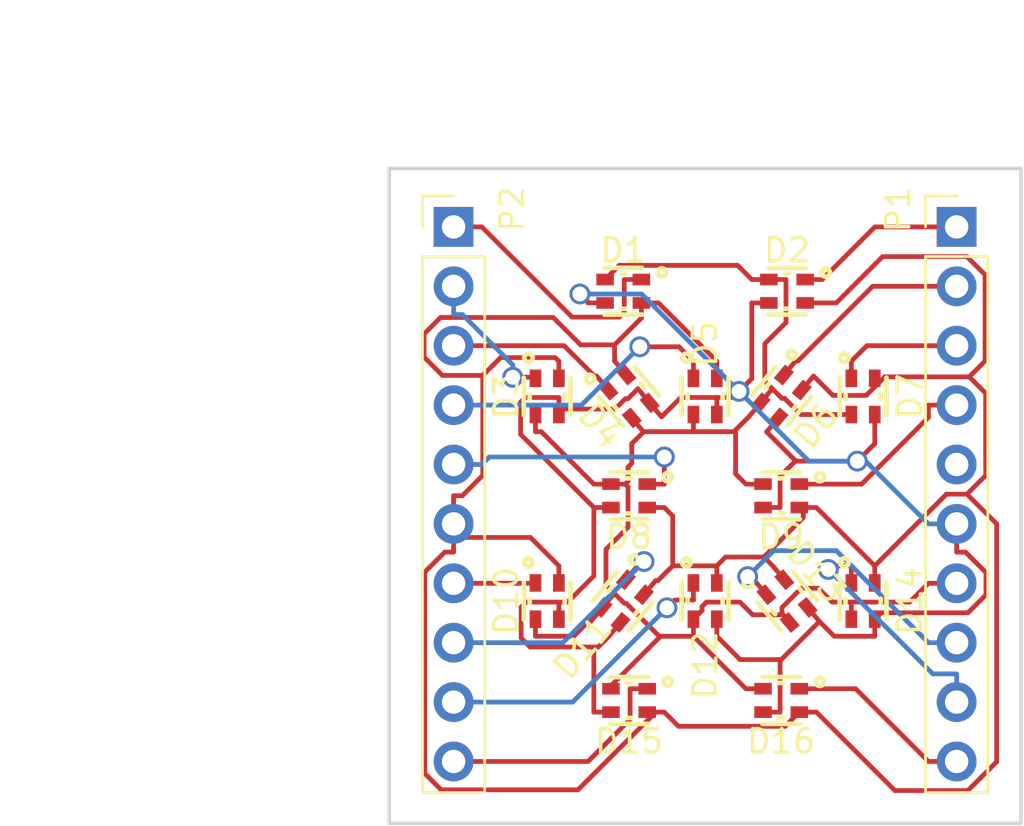
<source format=kicad_pcb>
(kicad_pcb (version 4) (host pcbnew 4.0.1-stable)

  (general
    (links 64)
    (no_connects 0)
    (area 118.000001 84.15 164.412334 119.719)
    (thickness 1.6)
    (drawings 102)
    (tracks 319)
    (zones 0)
    (modules 18)
    (nets 21)
  )

  (page A4)
  (title_block
    (title "16 Segment RGB Display")
    (date 2017-04-09)
    (rev 1.0)
    (company T.Yamaguchi)
  )

  (layers
    (0 F.Cu signal)
    (31 B.Cu signal)
    (32 B.Adhes user)
    (33 F.Adhes user)
    (34 B.Paste user)
    (35 F.Paste user)
    (36 B.SilkS user)
    (37 F.SilkS user)
    (38 B.Mask user)
    (39 F.Mask user)
    (40 Dwgs.User user)
    (41 Cmts.User user)
    (42 Eco1.User user)
    (43 Eco2.User user)
    (44 Edge.Cuts user)
    (45 Margin user)
    (46 B.CrtYd user)
    (47 F.CrtYd user)
    (48 B.Fab user)
    (49 F.Fab user)
  )

  (setup
    (last_trace_width 0.2032)
    (trace_clearance 0.254)
    (zone_clearance 0.508)
    (zone_45_only no)
    (trace_min 0.2032)
    (segment_width 0.2)
    (edge_width 0.15)
    (via_size 0.889)
    (via_drill 0.635)
    (via_min_size 0.889)
    (via_min_drill 0.508)
    (uvia_size 0.508)
    (uvia_drill 0.127)
    (uvias_allowed yes)
    (uvia_min_size 0.508)
    (uvia_min_drill 0.127)
    (pcb_text_width 0.3)
    (pcb_text_size 1.5 1.5)
    (mod_edge_width 0.15)
    (mod_text_size 1 1)
    (mod_text_width 0.15)
    (pad_size 1.524 1.524)
    (pad_drill 0.762)
    (pad_to_mask_clearance 0.2)
    (aux_axis_origin 135 119)
    (grid_origin 135 119)
    (visible_elements 7FFCF77F)
    (pcbplotparams
      (layerselection 0x011f0_80000001)
      (usegerberextensions false)
      (excludeedgelayer true)
      (linewidth 0.100000)
      (plotframeref false)
      (viasonmask false)
      (mode 1)
      (useauxorigin false)
      (hpglpennumber 1)
      (hpglpenspeed 20)
      (hpglpendiameter 15)
      (hpglpenoverlay 2)
      (psnegative false)
      (psa4output false)
      (plotreference true)
      (plotvalue true)
      (plotinvisibletext false)
      (padsonsilk false)
      (subtractmaskfromsilk false)
      (outputformat 1)
      (mirror false)
      (drillshape 0)
      (scaleselection 1)
      (outputdirectory out/))
  )

  (net 0 "")
  (net 1 R)
  (net 2 B)
  (net 3 G)
  (net 4 C01)
  (net 5 C02)
  (net 6 C03)
  (net 7 C04)
  (net 8 C05)
  (net 9 C06)
  (net 10 C07)
  (net 11 C08)
  (net 12 C09)
  (net 13 C10)
  (net 14 C11)
  (net 15 C12)
  (net 16 C13)
  (net 17 C14)
  (net 18 C15)
  (net 19 C16)
  (net 20 "Net-(P1-Pad5)")

  (net_class Default "これは標準のネット クラスです。"
    (clearance 0.254)
    (trace_width 0.2032)
    (via_dia 0.889)
    (via_drill 0.635)
    (uvia_dia 0.508)
    (uvia_drill 0.127)
    (add_net B)
    (add_net C01)
    (add_net C02)
    (add_net C03)
    (add_net C04)
    (add_net C05)
    (add_net C06)
    (add_net C07)
    (add_net C08)
    (add_net C09)
    (add_net C10)
    (add_net C11)
    (add_net C12)
    (add_net C13)
    (add_net C14)
    (add_net C15)
    (add_net C16)
    (add_net G)
    (add_net "Net-(P1-Pad5)")
    (add_net R)
  )

  (module myfootprint:OSTB0603C1C-A (layer F.Cu) (tedit 58E93292) (tstamp 58E64A27)
    (at 145 96.25)
    (descr http://akizukidenshi.com/download/ds/optosupply/OSTB0603C1C-A.pdf)
    (tags "LED RGB")
    (path /58E39D7A)
    (fp_text reference D1 (at 0 -1.75) (layer F.SilkS)
      (effects (font (size 1 1) (thickness 0.15)))
    )
    (fp_text value OSTB0603C1C-A (at 0 -2.54) (layer F.SilkS) hide
      (effects (font (size 1 1) (thickness 0.15)))
    )
    (fp_circle (center 1.65 -0.8) (end 1.8 -0.7) (layer F.SilkS) (width 0.2))
    (fp_line (start -0.8 1) (end 0.8 1) (layer F.SilkS) (width 0.2))
    (fp_line (start -0.8 -1) (end 0.8 -1) (layer F.SilkS) (width 0.2))
    (fp_line (start -0.1 0.75) (end 0.1 0.75) (layer F.SilkS) (width 0.2))
    (fp_line (start -0.1 -0.75) (end 0.1 -0.75) (layer F.SilkS) (width 0.2))
    (pad 1 smd rect (at 0.775 -0.5) (size 0.75 0.5) (layers F.Cu F.Paste F.Mask)
      (net 4 C01))
    (pad 2 smd rect (at 0.775 0.5) (size 0.75 0.5) (layers F.Cu F.Paste F.Mask)
      (net 1 R))
    (pad 3 smd rect (at -0.775 -0.5) (size 0.75 0.5) (layers F.Cu F.Paste F.Mask)
      (net 2 B))
    (pad 4 smd rect (at -0.775 0.5) (size 0.75 0.5) (layers F.Cu F.Paste F.Mask)
      (net 3 G))
  )

  (module myfootprint:OSTB0603C1C-A (layer F.Cu) (tedit 58E93298) (tstamp 58E64A34)
    (at 152 96.25)
    (descr http://akizukidenshi.com/download/ds/optosupply/OSTB0603C1C-A.pdf)
    (tags "LED RGB")
    (path /58E39DAF)
    (fp_text reference D2 (at 0 -1.75) (layer F.SilkS)
      (effects (font (size 1 1) (thickness 0.15)))
    )
    (fp_text value OSTB0603C1C-A (at 0 -2.54) (layer F.SilkS) hide
      (effects (font (size 1 1) (thickness 0.15)))
    )
    (fp_circle (center 1.65 -0.8) (end 1.8 -0.7) (layer F.SilkS) (width 0.2))
    (fp_line (start -0.8 1) (end 0.8 1) (layer F.SilkS) (width 0.2))
    (fp_line (start -0.8 -1) (end 0.8 -1) (layer F.SilkS) (width 0.2))
    (fp_line (start -0.1 0.75) (end 0.1 0.75) (layer F.SilkS) (width 0.2))
    (fp_line (start -0.1 -0.75) (end 0.1 -0.75) (layer F.SilkS) (width 0.2))
    (pad 1 smd rect (at 0.775 -0.5) (size 0.75 0.5) (layers F.Cu F.Paste F.Mask)
      (net 5 C02))
    (pad 2 smd rect (at 0.775 0.5) (size 0.75 0.5) (layers F.Cu F.Paste F.Mask)
      (net 1 R))
    (pad 3 smd rect (at -0.775 -0.5) (size 0.75 0.5) (layers F.Cu F.Paste F.Mask)
      (net 2 B))
    (pad 4 smd rect (at -0.775 0.5) (size 0.75 0.5) (layers F.Cu F.Paste F.Mask)
      (net 3 G))
  )

  (module myfootprint:OSTB0603C1C-A (layer F.Cu) (tedit 58E932A1) (tstamp 58E64A41)
    (at 141.75 100.75 90)
    (descr http://akizukidenshi.com/download/ds/optosupply/OSTB0603C1C-A.pdf)
    (tags "LED RGB")
    (path /58E39DE6)
    (fp_text reference D3 (at 0 -1.75 90) (layer F.SilkS)
      (effects (font (size 1 1) (thickness 0.15)))
    )
    (fp_text value OSTB0603C1C-A (at 0 -2.54 90) (layer F.SilkS) hide
      (effects (font (size 1 1) (thickness 0.15)))
    )
    (fp_circle (center 1.65 -0.8) (end 1.8 -0.7) (layer F.SilkS) (width 0.2))
    (fp_line (start -0.8 1) (end 0.8 1) (layer F.SilkS) (width 0.2))
    (fp_line (start -0.8 -1) (end 0.8 -1) (layer F.SilkS) (width 0.2))
    (fp_line (start -0.1 0.75) (end 0.1 0.75) (layer F.SilkS) (width 0.2))
    (fp_line (start -0.1 -0.75) (end 0.1 -0.75) (layer F.SilkS) (width 0.2))
    (pad 1 smd rect (at 0.775 -0.5 90) (size 0.75 0.5) (layers F.Cu F.Paste F.Mask)
      (net 6 C03))
    (pad 2 smd rect (at 0.775 0.5 90) (size 0.75 0.5) (layers F.Cu F.Paste F.Mask)
      (net 1 R))
    (pad 3 smd rect (at -0.775 -0.5 90) (size 0.75 0.5) (layers F.Cu F.Paste F.Mask)
      (net 2 B))
    (pad 4 smd rect (at -0.775 0.5 90) (size 0.75 0.5) (layers F.Cu F.Paste F.Mask)
      (net 3 G))
  )

  (module myfootprint:OSTB0603C1C-A (layer F.Cu) (tedit 58E932F9) (tstamp 58E64A4E)
    (at 145.25 100.75 130)
    (descr http://akizukidenshi.com/download/ds/optosupply/OSTB0603C1C-A.pdf)
    (tags "LED RGB")
    (path /58E39F30)
    (fp_text reference D4 (at -0.154071 -1.76104 130) (layer F.SilkS)
      (effects (font (size 1 1) (thickness 0.15)))
    )
    (fp_text value OSTB0603C1C-A (at 0 -2.54 130) (layer F.SilkS) hide
      (effects (font (size 1 1) (thickness 0.15)))
    )
    (fp_circle (center 1.65 -0.8) (end 1.8 -0.7) (layer F.SilkS) (width 0.2))
    (fp_line (start -0.8 1) (end 0.8 1) (layer F.SilkS) (width 0.2))
    (fp_line (start -0.8 -1) (end 0.8 -1) (layer F.SilkS) (width 0.2))
    (fp_line (start -0.1 0.75) (end 0.1 0.75) (layer F.SilkS) (width 0.2))
    (fp_line (start -0.1 -0.75) (end 0.1 -0.75) (layer F.SilkS) (width 0.2))
    (pad 1 smd rect (at 0.775 -0.5 130) (size 0.75 0.5) (layers F.Cu F.Paste F.Mask)
      (net 7 C04))
    (pad 2 smd rect (at 0.775 0.5 130) (size 0.75 0.5) (layers F.Cu F.Paste F.Mask)
      (net 1 R))
    (pad 3 smd rect (at -0.775 -0.5 130) (size 0.75 0.5) (layers F.Cu F.Paste F.Mask)
      (net 2 B))
    (pad 4 smd rect (at -0.775 0.5 130) (size 0.75 0.5) (layers F.Cu F.Paste F.Mask)
      (net 3 G))
  )

  (module myfootprint:OSTB0603C1C-A (layer F.Cu) (tedit 58E932B9) (tstamp 58E64A5B)
    (at 148.5 100.75 90)
    (descr http://akizukidenshi.com/download/ds/optosupply/OSTB0603C1C-A.pdf)
    (tags "LED RGB")
    (path /58E3C9CF)
    (fp_text reference D5 (at 2.25 0 90) (layer F.SilkS)
      (effects (font (size 1 1) (thickness 0.15)))
    )
    (fp_text value OSTB0603C1C-A (at 0 -2.54 90) (layer F.SilkS) hide
      (effects (font (size 1 1) (thickness 0.15)))
    )
    (fp_circle (center 1.65 -0.8) (end 1.8 -0.7) (layer F.SilkS) (width 0.2))
    (fp_line (start -0.8 1) (end 0.8 1) (layer F.SilkS) (width 0.2))
    (fp_line (start -0.8 -1) (end 0.8 -1) (layer F.SilkS) (width 0.2))
    (fp_line (start -0.1 0.75) (end 0.1 0.75) (layer F.SilkS) (width 0.2))
    (fp_line (start -0.1 -0.75) (end 0.1 -0.75) (layer F.SilkS) (width 0.2))
    (pad 1 smd rect (at 0.775 -0.5 90) (size 0.75 0.5) (layers F.Cu F.Paste F.Mask)
      (net 8 C05))
    (pad 2 smd rect (at 0.775 0.5 90) (size 0.75 0.5) (layers F.Cu F.Paste F.Mask)
      (net 1 R))
    (pad 3 smd rect (at -0.775 -0.5 90) (size 0.75 0.5) (layers F.Cu F.Paste F.Mask)
      (net 2 B))
    (pad 4 smd rect (at -0.775 0.5 90) (size 0.75 0.5) (layers F.Cu F.Paste F.Mask)
      (net 3 G))
  )

  (module myfootprint:OSTB0603C1C-A (layer F.Cu) (tedit 58E932C0) (tstamp 58E64A68)
    (at 151.75 100.75 50)
    (descr http://akizukidenshi.com/download/ds/optosupply/OSTB0603C1C-A.pdf)
    (tags "LED RGB")
    (path /58E3C9D5)
    (fp_text reference D6 (at 0.006626 1.952551 50) (layer F.SilkS)
      (effects (font (size 1 1) (thickness 0.15)))
    )
    (fp_text value OSTB0603C1C-A (at 0 -2.54 50) (layer F.SilkS) hide
      (effects (font (size 1 1) (thickness 0.15)))
    )
    (fp_circle (center 1.65 -0.8) (end 1.8 -0.7) (layer F.SilkS) (width 0.2))
    (fp_line (start -0.8 1) (end 0.8 1) (layer F.SilkS) (width 0.2))
    (fp_line (start -0.8 -1) (end 0.8 -1) (layer F.SilkS) (width 0.2))
    (fp_line (start -0.1 0.75) (end 0.1 0.75) (layer F.SilkS) (width 0.2))
    (fp_line (start -0.1 -0.75) (end 0.1 -0.75) (layer F.SilkS) (width 0.2))
    (pad 1 smd rect (at 0.775 -0.5 50) (size 0.75 0.5) (layers F.Cu F.Paste F.Mask)
      (net 9 C06))
    (pad 2 smd rect (at 0.775 0.5 50) (size 0.75 0.5) (layers F.Cu F.Paste F.Mask)
      (net 1 R))
    (pad 3 smd rect (at -0.775 -0.5 50) (size 0.75 0.5) (layers F.Cu F.Paste F.Mask)
      (net 2 B))
    (pad 4 smd rect (at -0.775 0.5 50) (size 0.75 0.5) (layers F.Cu F.Paste F.Mask)
      (net 3 G))
  )

  (module myfootprint:OSTB0603C1C-A (layer F.Cu) (tedit 58E932C5) (tstamp 58E64A75)
    (at 155.25 100.75 90)
    (descr http://akizukidenshi.com/download/ds/optosupply/OSTB0603C1C-A.pdf)
    (tags "LED RGB")
    (path /58E3C9DB)
    (fp_text reference D7 (at 0 2 90) (layer F.SilkS)
      (effects (font (size 1 1) (thickness 0.15)))
    )
    (fp_text value OSTB0603C1C-A (at 0 -2.54 90) (layer F.SilkS) hide
      (effects (font (size 1 1) (thickness 0.15)))
    )
    (fp_circle (center 1.65 -0.8) (end 1.8 -0.7) (layer F.SilkS) (width 0.2))
    (fp_line (start -0.8 1) (end 0.8 1) (layer F.SilkS) (width 0.2))
    (fp_line (start -0.8 -1) (end 0.8 -1) (layer F.SilkS) (width 0.2))
    (fp_line (start -0.1 0.75) (end 0.1 0.75) (layer F.SilkS) (width 0.2))
    (fp_line (start -0.1 -0.75) (end 0.1 -0.75) (layer F.SilkS) (width 0.2))
    (pad 1 smd rect (at 0.775 -0.5 90) (size 0.75 0.5) (layers F.Cu F.Paste F.Mask)
      (net 10 C07))
    (pad 2 smd rect (at 0.775 0.5 90) (size 0.75 0.5) (layers F.Cu F.Paste F.Mask)
      (net 1 R))
    (pad 3 smd rect (at -0.775 -0.5 90) (size 0.75 0.5) (layers F.Cu F.Paste F.Mask)
      (net 2 B))
    (pad 4 smd rect (at -0.775 0.5 90) (size 0.75 0.5) (layers F.Cu F.Paste F.Mask)
      (net 3 G))
  )

  (module myfootprint:OSTB0603C1C-A (layer F.Cu) (tedit 58E9330E) (tstamp 58E64A82)
    (at 145.25 105)
    (descr http://akizukidenshi.com/download/ds/optosupply/OSTB0603C1C-A.pdf)
    (tags "LED RGB")
    (path /58E3C9E1)
    (fp_text reference D8 (at 0 1.75) (layer F.SilkS)
      (effects (font (size 1 1) (thickness 0.15)))
    )
    (fp_text value OSTB0603C1C-A (at 0 -2.54) (layer F.SilkS) hide
      (effects (font (size 1 1) (thickness 0.15)))
    )
    (fp_circle (center 1.65 -0.8) (end 1.8 -0.7) (layer F.SilkS) (width 0.2))
    (fp_line (start -0.8 1) (end 0.8 1) (layer F.SilkS) (width 0.2))
    (fp_line (start -0.8 -1) (end 0.8 -1) (layer F.SilkS) (width 0.2))
    (fp_line (start -0.1 0.75) (end 0.1 0.75) (layer F.SilkS) (width 0.2))
    (fp_line (start -0.1 -0.75) (end 0.1 -0.75) (layer F.SilkS) (width 0.2))
    (pad 1 smd rect (at 0.775 -0.5) (size 0.75 0.5) (layers F.Cu F.Paste F.Mask)
      (net 11 C08))
    (pad 2 smd rect (at 0.775 0.5) (size 0.75 0.5) (layers F.Cu F.Paste F.Mask)
      (net 1 R))
    (pad 3 smd rect (at -0.775 -0.5) (size 0.75 0.5) (layers F.Cu F.Paste F.Mask)
      (net 2 B))
    (pad 4 smd rect (at -0.775 0.5) (size 0.75 0.5) (layers F.Cu F.Paste F.Mask)
      (net 3 G))
  )

  (module myfootprint:OSTB0603C1C-A (layer F.Cu) (tedit 58E93312) (tstamp 58E64A8F)
    (at 151.75 105)
    (descr http://akizukidenshi.com/download/ds/optosupply/OSTB0603C1C-A.pdf)
    (tags "LED RGB")
    (path /58E3D07B)
    (fp_text reference D9 (at 0 1.75) (layer F.SilkS)
      (effects (font (size 1 1) (thickness 0.15)))
    )
    (fp_text value OSTB0603C1C-A (at 0 -2.54) (layer F.SilkS) hide
      (effects (font (size 1 1) (thickness 0.15)))
    )
    (fp_circle (center 1.65 -0.8) (end 1.8 -0.7) (layer F.SilkS) (width 0.2))
    (fp_line (start -0.8 1) (end 0.8 1) (layer F.SilkS) (width 0.2))
    (fp_line (start -0.8 -1) (end 0.8 -1) (layer F.SilkS) (width 0.2))
    (fp_line (start -0.1 0.75) (end 0.1 0.75) (layer F.SilkS) (width 0.2))
    (fp_line (start -0.1 -0.75) (end 0.1 -0.75) (layer F.SilkS) (width 0.2))
    (pad 1 smd rect (at 0.775 -0.5) (size 0.75 0.5) (layers F.Cu F.Paste F.Mask)
      (net 12 C09))
    (pad 2 smd rect (at 0.775 0.5) (size 0.75 0.5) (layers F.Cu F.Paste F.Mask)
      (net 1 R))
    (pad 3 smd rect (at -0.775 -0.5) (size 0.75 0.5) (layers F.Cu F.Paste F.Mask)
      (net 2 B))
    (pad 4 smd rect (at -0.775 0.5) (size 0.75 0.5) (layers F.Cu F.Paste F.Mask)
      (net 3 G))
  )

  (module myfootprint:OSTB0603C1C-A (layer F.Cu) (tedit 58E9331A) (tstamp 58E64A9C)
    (at 141.75 109.5 90)
    (descr http://akizukidenshi.com/download/ds/optosupply/OSTB0603C1C-A.pdf)
    (tags "LED RGB")
    (path /58E3D081)
    (fp_text reference D10 (at 0 -1.75 90) (layer F.SilkS)
      (effects (font (size 1 1) (thickness 0.15)))
    )
    (fp_text value OSTB0603C1C-A (at 0 -2.54 90) (layer F.SilkS) hide
      (effects (font (size 1 1) (thickness 0.15)))
    )
    (fp_circle (center 1.65 -0.8) (end 1.8 -0.7) (layer F.SilkS) (width 0.2))
    (fp_line (start -0.8 1) (end 0.8 1) (layer F.SilkS) (width 0.2))
    (fp_line (start -0.8 -1) (end 0.8 -1) (layer F.SilkS) (width 0.2))
    (fp_line (start -0.1 0.75) (end 0.1 0.75) (layer F.SilkS) (width 0.2))
    (fp_line (start -0.1 -0.75) (end 0.1 -0.75) (layer F.SilkS) (width 0.2))
    (pad 1 smd rect (at 0.775 -0.5 90) (size 0.75 0.5) (layers F.Cu F.Paste F.Mask)
      (net 13 C10))
    (pad 2 smd rect (at 0.775 0.5 90) (size 0.75 0.5) (layers F.Cu F.Paste F.Mask)
      (net 1 R))
    (pad 3 smd rect (at -0.775 -0.5 90) (size 0.75 0.5) (layers F.Cu F.Paste F.Mask)
      (net 2 B))
    (pad 4 smd rect (at -0.775 0.5 90) (size 0.75 0.5) (layers F.Cu F.Paste F.Mask)
      (net 3 G))
  )

  (module myfootprint:OSTB0603C1C-A (layer F.Cu) (tedit 58E93352) (tstamp 58E64AA9)
    (at 145 109.5 50)
    (descr http://akizukidenshi.com/download/ds/optosupply/OSTB0603C1C-A.pdf)
    (tags "LED RGB")
    (path /58E3D087)
    (fp_text reference D11 (at -2.656967 -0.055003 50) (layer F.SilkS)
      (effects (font (size 1 1) (thickness 0.15)))
    )
    (fp_text value OSTB0603C1C-A (at 0 -2.54 50) (layer F.SilkS) hide
      (effects (font (size 1 1) (thickness 0.15)))
    )
    (fp_circle (center 1.65 -0.8) (end 1.8 -0.7) (layer F.SilkS) (width 0.2))
    (fp_line (start -0.8 1) (end 0.8 1) (layer F.SilkS) (width 0.2))
    (fp_line (start -0.8 -1) (end 0.8 -1) (layer F.SilkS) (width 0.2))
    (fp_line (start -0.1 0.75) (end 0.1 0.75) (layer F.SilkS) (width 0.2))
    (fp_line (start -0.1 -0.75) (end 0.1 -0.75) (layer F.SilkS) (width 0.2))
    (pad 1 smd rect (at 0.775 -0.5 50) (size 0.75 0.5) (layers F.Cu F.Paste F.Mask)
      (net 14 C11))
    (pad 2 smd rect (at 0.775 0.5 50) (size 0.75 0.5) (layers F.Cu F.Paste F.Mask)
      (net 1 R))
    (pad 3 smd rect (at -0.775 -0.5 50) (size 0.75 0.5) (layers F.Cu F.Paste F.Mask)
      (net 2 B))
    (pad 4 smd rect (at -0.775 0.5 50) (size 0.75 0.5) (layers F.Cu F.Paste F.Mask)
      (net 3 G))
  )

  (module myfootprint:OSTB0603C1C-A (layer F.Cu) (tedit 58E93343) (tstamp 58E64AB6)
    (at 148.5 109.5 90)
    (descr http://akizukidenshi.com/download/ds/optosupply/OSTB0603C1C-A.pdf)
    (tags "LED RGB")
    (path /58E3D08D)
    (fp_text reference D12 (at -2.75 0 90) (layer F.SilkS)
      (effects (font (size 1 1) (thickness 0.15)))
    )
    (fp_text value OSTB0603C1C-A (at 0 -2.54 90) (layer F.SilkS) hide
      (effects (font (size 1 1) (thickness 0.15)))
    )
    (fp_circle (center 1.65 -0.8) (end 1.8 -0.7) (layer F.SilkS) (width 0.2))
    (fp_line (start -0.8 1) (end 0.8 1) (layer F.SilkS) (width 0.2))
    (fp_line (start -0.8 -1) (end 0.8 -1) (layer F.SilkS) (width 0.2))
    (fp_line (start -0.1 0.75) (end 0.1 0.75) (layer F.SilkS) (width 0.2))
    (fp_line (start -0.1 -0.75) (end 0.1 -0.75) (layer F.SilkS) (width 0.2))
    (pad 1 smd rect (at 0.775 -0.5 90) (size 0.75 0.5) (layers F.Cu F.Paste F.Mask)
      (net 15 C12))
    (pad 2 smd rect (at 0.775 0.5 90) (size 0.75 0.5) (layers F.Cu F.Paste F.Mask)
      (net 1 R))
    (pad 3 smd rect (at -0.775 -0.5 90) (size 0.75 0.5) (layers F.Cu F.Paste F.Mask)
      (net 2 B))
    (pad 4 smd rect (at -0.775 0.5 90) (size 0.75 0.5) (layers F.Cu F.Paste F.Mask)
      (net 3 G))
  )

  (module myfootprint:OSTB0603C1C-A (layer F.Cu) (tedit 58E93330) (tstamp 58E64AC3)
    (at 152 109.5 130)
    (descr http://akizukidenshi.com/download/ds/optosupply/OSTB0603C1C-A.pdf)
    (tags "LED RGB")
    (path /58E3D0A3)
    (fp_text reference D13 (at 0.154071 1.76104 130) (layer F.SilkS)
      (effects (font (size 1 1) (thickness 0.15)))
    )
    (fp_text value OSTB0603C1C-A (at 0 -2.54 130) (layer F.SilkS) hide
      (effects (font (size 1 1) (thickness 0.15)))
    )
    (fp_circle (center 1.65 -0.8) (end 1.8 -0.7) (layer F.SilkS) (width 0.2))
    (fp_line (start -0.8 1) (end 0.8 1) (layer F.SilkS) (width 0.2))
    (fp_line (start -0.8 -1) (end 0.8 -1) (layer F.SilkS) (width 0.2))
    (fp_line (start -0.1 0.75) (end 0.1 0.75) (layer F.SilkS) (width 0.2))
    (fp_line (start -0.1 -0.75) (end 0.1 -0.75) (layer F.SilkS) (width 0.2))
    (pad 1 smd rect (at 0.775 -0.5 130) (size 0.75 0.5) (layers F.Cu F.Paste F.Mask)
      (net 16 C13))
    (pad 2 smd rect (at 0.775 0.5 130) (size 0.75 0.5) (layers F.Cu F.Paste F.Mask)
      (net 1 R))
    (pad 3 smd rect (at -0.775 -0.5 130) (size 0.75 0.5) (layers F.Cu F.Paste F.Mask)
      (net 2 B))
    (pad 4 smd rect (at -0.775 0.5 130) (size 0.75 0.5) (layers F.Cu F.Paste F.Mask)
      (net 3 G))
  )

  (module myfootprint:OSTB0603C1C-A (layer F.Cu) (tedit 58E93328) (tstamp 58E64AD0)
    (at 155.25 109.5 90)
    (descr http://akizukidenshi.com/download/ds/optosupply/OSTB0603C1C-A.pdf)
    (tags "LED RGB")
    (path /58E3D0A9)
    (fp_text reference D14 (at 0 2 90) (layer F.SilkS)
      (effects (font (size 1 1) (thickness 0.15)))
    )
    (fp_text value OSTB0603C1C-A (at 0 -2.54 90) (layer F.SilkS) hide
      (effects (font (size 1 1) (thickness 0.15)))
    )
    (fp_circle (center 1.65 -0.8) (end 1.8 -0.7) (layer F.SilkS) (width 0.2))
    (fp_line (start -0.8 1) (end 0.8 1) (layer F.SilkS) (width 0.2))
    (fp_line (start -0.8 -1) (end 0.8 -1) (layer F.SilkS) (width 0.2))
    (fp_line (start -0.1 0.75) (end 0.1 0.75) (layer F.SilkS) (width 0.2))
    (fp_line (start -0.1 -0.75) (end 0.1 -0.75) (layer F.SilkS) (width 0.2))
    (pad 1 smd rect (at 0.775 -0.5 90) (size 0.75 0.5) (layers F.Cu F.Paste F.Mask)
      (net 17 C14))
    (pad 2 smd rect (at 0.775 0.5 90) (size 0.75 0.5) (layers F.Cu F.Paste F.Mask)
      (net 1 R))
    (pad 3 smd rect (at -0.775 -0.5 90) (size 0.75 0.5) (layers F.Cu F.Paste F.Mask)
      (net 2 B))
    (pad 4 smd rect (at -0.775 0.5 90) (size 0.75 0.5) (layers F.Cu F.Paste F.Mask)
      (net 3 G))
  )

  (module myfootprint:OSTB0603C1C-A (layer F.Cu) (tedit 58E9331F) (tstamp 58E64ADD)
    (at 145.25 113.75)
    (descr http://akizukidenshi.com/download/ds/optosupply/OSTB0603C1C-A.pdf)
    (tags "LED RGB")
    (path /58E3D0AF)
    (fp_text reference D15 (at 0 1.75) (layer F.SilkS)
      (effects (font (size 1 1) (thickness 0.15)))
    )
    (fp_text value OSTB0603C1C-A (at 0 -2.54) (layer F.SilkS) hide
      (effects (font (size 1 1) (thickness 0.15)))
    )
    (fp_circle (center 1.65 -0.8) (end 1.8 -0.7) (layer F.SilkS) (width 0.2))
    (fp_line (start -0.8 1) (end 0.8 1) (layer F.SilkS) (width 0.2))
    (fp_line (start -0.8 -1) (end 0.8 -1) (layer F.SilkS) (width 0.2))
    (fp_line (start -0.1 0.75) (end 0.1 0.75) (layer F.SilkS) (width 0.2))
    (fp_line (start -0.1 -0.75) (end 0.1 -0.75) (layer F.SilkS) (width 0.2))
    (pad 1 smd rect (at 0.775 -0.5) (size 0.75 0.5) (layers F.Cu F.Paste F.Mask)
      (net 18 C15))
    (pad 2 smd rect (at 0.775 0.5) (size 0.75 0.5) (layers F.Cu F.Paste F.Mask)
      (net 1 R))
    (pad 3 smd rect (at -0.775 -0.5) (size 0.75 0.5) (layers F.Cu F.Paste F.Mask)
      (net 2 B))
    (pad 4 smd rect (at -0.775 0.5) (size 0.75 0.5) (layers F.Cu F.Paste F.Mask)
      (net 3 G))
  )

  (module myfootprint:OSTB0603C1C-A (layer F.Cu) (tedit 58E93321) (tstamp 58E64AEA)
    (at 151.75 113.75)
    (descr http://akizukidenshi.com/download/ds/optosupply/OSTB0603C1C-A.pdf)
    (tags "LED RGB")
    (path /58E3D0B5)
    (fp_text reference D16 (at 0 1.75) (layer F.SilkS)
      (effects (font (size 1 1) (thickness 0.15)))
    )
    (fp_text value OSTB0603C1C-A (at 0 -2.54) (layer F.SilkS) hide
      (effects (font (size 1 1) (thickness 0.15)))
    )
    (fp_circle (center 1.65 -0.8) (end 1.8 -0.7) (layer F.SilkS) (width 0.2))
    (fp_line (start -0.8 1) (end 0.8 1) (layer F.SilkS) (width 0.2))
    (fp_line (start -0.8 -1) (end 0.8 -1) (layer F.SilkS) (width 0.2))
    (fp_line (start -0.1 0.75) (end 0.1 0.75) (layer F.SilkS) (width 0.2))
    (fp_line (start -0.1 -0.75) (end 0.1 -0.75) (layer F.SilkS) (width 0.2))
    (pad 1 smd rect (at 0.775 -0.5) (size 0.75 0.5) (layers F.Cu F.Paste F.Mask)
      (net 19 C16))
    (pad 2 smd rect (at 0.775 0.5) (size 0.75 0.5) (layers F.Cu F.Paste F.Mask)
      (net 1 R))
    (pad 3 smd rect (at -0.775 -0.5) (size 0.75 0.5) (layers F.Cu F.Paste F.Mask)
      (net 2 B))
    (pad 4 smd rect (at -0.775 0.5) (size 0.75 0.5) (layers F.Cu F.Paste F.Mask)
      (net 3 G))
  )

  (module Pin_Headers:Pin_Header_Straight_1x10_Pitch2.54mm (layer F.Cu) (tedit 58E9391D) (tstamp 58E64B07)
    (at 159.25 93.5)
    (descr "Through hole straight pin header, 1x10, 2.54mm pitch, single row")
    (tags "Through hole pin header THT 1x10 2.54mm single row")
    (path /58E3B920)
    (fp_text reference P1 (at -2.5 -0.75 90) (layer F.SilkS)
      (effects (font (size 1 1) (thickness 0.15)))
    )
    (fp_text value CONN_01X10 (at 0 25.19) (layer F.Fab) hide
      (effects (font (size 1 1) (thickness 0.15)))
    )
    (fp_line (start -1.27 -1.27) (end -1.27 24.13) (layer F.Fab) (width 0.1))
    (fp_line (start -1.27 24.13) (end 1.27 24.13) (layer F.Fab) (width 0.1))
    (fp_line (start 1.27 24.13) (end 1.27 -1.27) (layer F.Fab) (width 0.1))
    (fp_line (start 1.27 -1.27) (end -1.27 -1.27) (layer F.Fab) (width 0.1))
    (fp_line (start -1.33 1.27) (end -1.33 24.19) (layer F.SilkS) (width 0.12))
    (fp_line (start -1.33 24.19) (end 1.33 24.19) (layer F.SilkS) (width 0.12))
    (fp_line (start 1.33 24.19) (end 1.33 1.27) (layer F.SilkS) (width 0.12))
    (fp_line (start 1.33 1.27) (end -1.33 1.27) (layer F.SilkS) (width 0.12))
    (fp_line (start -1.33 0) (end -1.33 -1.33) (layer F.SilkS) (width 0.12))
    (fp_line (start -1.33 -1.33) (end 0 -1.33) (layer F.SilkS) (width 0.12))
    (fp_line (start -1.8 -1.8) (end -1.8 24.65) (layer F.CrtYd) (width 0.05))
    (fp_line (start -1.8 24.65) (end 1.8 24.65) (layer F.CrtYd) (width 0.05))
    (fp_line (start 1.8 24.65) (end 1.8 -1.8) (layer F.CrtYd) (width 0.05))
    (fp_line (start 1.8 -1.8) (end -1.8 -1.8) (layer F.CrtYd) (width 0.05))
    (pad 1 thru_hole rect (at 0 0) (size 1.7 1.7) (drill 1) (layers *.Cu *.Mask)
      (net 5 C02))
    (pad 2 thru_hole oval (at 0 2.54) (size 1.7 1.7) (drill 1) (layers *.Cu *.Mask)
      (net 9 C06))
    (pad 3 thru_hole oval (at 0 5.08) (size 1.7 1.7) (drill 1) (layers *.Cu *.Mask)
      (net 10 C07))
    (pad 4 thru_hole oval (at 0 7.62) (size 1.7 1.7) (drill 1) (layers *.Cu *.Mask)
      (net 12 C09))
    (pad 5 thru_hole oval (at 0 10.16) (size 1.7 1.7) (drill 1) (layers *.Cu *.Mask)
      (net 20 "Net-(P1-Pad5)"))
    (pad 6 thru_hole oval (at 0 12.7) (size 1.7 1.7) (drill 1) (layers *.Cu *.Mask)
      (net 3 G))
    (pad 7 thru_hole oval (at 0 15.24) (size 1.7 1.7) (drill 1) (layers *.Cu *.Mask)
      (net 2 B))
    (pad 8 thru_hole oval (at 0 17.78) (size 1.7 1.7) (drill 1) (layers *.Cu *.Mask)
      (net 16 C13))
    (pad 9 thru_hole oval (at 0 20.32) (size 1.7 1.7) (drill 1) (layers *.Cu *.Mask)
      (net 17 C14))
    (pad 10 thru_hole oval (at 0 22.86) (size 1.7 1.7) (drill 1) (layers *.Cu *.Mask)
      (net 19 C16))
    (model ${KISYS3DMOD}/Pin_Headers.3dshapes/Pin_Header_Straight_1x10_Pitch2.54mm.wrl
      (at (xyz 0 -0.45 0))
      (scale (xyz 1 1 1))
      (rotate (xyz 0 0 90))
    )
  )

  (module Pin_Headers:Pin_Header_Straight_1x10_Pitch2.54mm (layer F.Cu) (tedit 58E93915) (tstamp 58E64B24)
    (at 137.75 93.5)
    (descr "Through hole straight pin header, 1x10, 2.54mm pitch, single row")
    (tags "Through hole pin header THT 1x10 2.54mm single row")
    (path /58E3CAF9)
    (fp_text reference P2 (at 2.5 -0.75 90) (layer F.SilkS)
      (effects (font (size 1 1) (thickness 0.15)))
    )
    (fp_text value CONN_01X10 (at 0 25.19) (layer F.Fab) hide
      (effects (font (size 1 1) (thickness 0.15)))
    )
    (fp_line (start -1.27 -1.27) (end -1.27 24.13) (layer F.Fab) (width 0.1))
    (fp_line (start -1.27 24.13) (end 1.27 24.13) (layer F.Fab) (width 0.1))
    (fp_line (start 1.27 24.13) (end 1.27 -1.27) (layer F.Fab) (width 0.1))
    (fp_line (start 1.27 -1.27) (end -1.27 -1.27) (layer F.Fab) (width 0.1))
    (fp_line (start -1.33 1.27) (end -1.33 24.19) (layer F.SilkS) (width 0.12))
    (fp_line (start -1.33 24.19) (end 1.33 24.19) (layer F.SilkS) (width 0.12))
    (fp_line (start 1.33 24.19) (end 1.33 1.27) (layer F.SilkS) (width 0.12))
    (fp_line (start 1.33 1.27) (end -1.33 1.27) (layer F.SilkS) (width 0.12))
    (fp_line (start -1.33 0) (end -1.33 -1.33) (layer F.SilkS) (width 0.12))
    (fp_line (start -1.33 -1.33) (end 0 -1.33) (layer F.SilkS) (width 0.12))
    (fp_line (start -1.8 -1.8) (end -1.8 24.65) (layer F.CrtYd) (width 0.05))
    (fp_line (start -1.8 24.65) (end 1.8 24.65) (layer F.CrtYd) (width 0.05))
    (fp_line (start 1.8 24.65) (end 1.8 -1.8) (layer F.CrtYd) (width 0.05))
    (fp_line (start 1.8 -1.8) (end -1.8 -1.8) (layer F.CrtYd) (width 0.05))
    (pad 1 thru_hole rect (at 0 0) (size 1.7 1.7) (drill 1) (layers *.Cu *.Mask)
      (net 4 C01))
    (pad 2 thru_hole oval (at 0 2.54) (size 1.7 1.7) (drill 1) (layers *.Cu *.Mask)
      (net 6 C03))
    (pad 3 thru_hole oval (at 0 5.08) (size 1.7 1.7) (drill 1) (layers *.Cu *.Mask)
      (net 7 C04))
    (pad 4 thru_hole oval (at 0 7.62) (size 1.7 1.7) (drill 1) (layers *.Cu *.Mask)
      (net 8 C05))
    (pad 5 thru_hole oval (at 0 10.16) (size 1.7 1.7) (drill 1) (layers *.Cu *.Mask)
      (net 11 C08))
    (pad 6 thru_hole oval (at 0 12.7) (size 1.7 1.7) (drill 1) (layers *.Cu *.Mask)
      (net 1 R))
    (pad 7 thru_hole oval (at 0 15.24) (size 1.7 1.7) (drill 1) (layers *.Cu *.Mask)
      (net 13 C10))
    (pad 8 thru_hole oval (at 0 17.78) (size 1.7 1.7) (drill 1) (layers *.Cu *.Mask)
      (net 14 C11))
    (pad 9 thru_hole oval (at 0 20.32) (size 1.7 1.7) (drill 1) (layers *.Cu *.Mask)
      (net 15 C12))
    (pad 10 thru_hole oval (at 0 22.86) (size 1.7 1.7) (drill 1) (layers *.Cu *.Mask)
      (net 18 C15))
    (model ${KISYS3DMOD}/Pin_Headers.3dshapes/Pin_Header_Straight_1x10_Pitch2.54mm.wrl
      (at (xyz 0 -0.45 0))
      (scale (xyz 1 1 1))
      (rotate (xyz 0 0 90))
    )
  )

  (gr_line (start 162 119) (end 135 119) (angle 90) (layer Edge.Cuts) (width 0.15))
  (gr_line (start 162 91) (end 162 119) (angle 90) (layer Edge.Cuts) (width 0.15))
  (dimension 28 (width 0.3) (layer Cmts.User)
    (gr_text "28.000 mm" (at 124.65 105 90) (layer Cmts.User)
      (effects (font (size 1.5 1.5) (thickness 0.3)))
    )
    (feature1 (pts (xy 130 91) (xy 123.3 91)))
    (feature2 (pts (xy 130 119) (xy 123.3 119)))
    (crossbar (pts (xy 126 119) (xy 126 91)))
    (arrow1a (pts (xy 126 91) (xy 126.586421 92.126504)))
    (arrow1b (pts (xy 126 91) (xy 125.413579 92.126504)))
    (arrow2a (pts (xy 126 119) (xy 126.586421 117.873496)))
    (arrow2b (pts (xy 126 119) (xy 125.413579 117.873496)))
  )
  (dimension 27 (width 0.3) (layer Cmts.User)
    (gr_text "27.000 mm" (at 148.5 85.65) (layer Cmts.User)
      (effects (font (size 1.5 1.5) (thickness 0.3)))
    )
    (feature1 (pts (xy 162 89) (xy 162 84.3)))
    (feature2 (pts (xy 135 89) (xy 135 84.3)))
    (crossbar (pts (xy 135 87) (xy 162 87)))
    (arrow1a (pts (xy 162 87) (xy 160.873496 87.586421)))
    (arrow1b (pts (xy 162 87) (xy 160.873496 86.413579)))
    (arrow2a (pts (xy 135 87) (xy 136.126504 87.586421)))
    (arrow2b (pts (xy 135 87) (xy 136.126504 86.413579)))
  )
  (gr_line (start 135 119) (end 135 91) (angle 90) (layer Edge.Cuts) (width 0.15))
  (gr_line (start 135 91) (end 162 91) (angle 90) (layer Edge.Cuts) (width 0.15))
  (gr_line (start 149.7511 112.5036) (end 148.5011 113.7536) (layer Dwgs.User) (width 0.1))
  (gr_line (start 149.7511 106.2536) (end 149.7511 112.5036) (layer Dwgs.User) (width 0.1))
  (gr_line (start 148.5011 105.0036) (end 149.7511 106.2536) (layer Dwgs.User) (width 0.1))
  (gr_line (start 147.2511 106.2536) (end 148.5011 105.0036) (layer Dwgs.User) (width 0.1))
  (gr_line (start 147.2511 112.5036) (end 147.2511 106.2536) (layer Dwgs.User) (width 0.1))
  (gr_line (start 148.5011 113.7536) (end 147.2511 112.5036) (layer Dwgs.User) (width 0.1))
  (gr_line (start 154.0011 110.0036) (end 154.0011 112.5036) (layer Dwgs.User) (width 0.1))
  (gr_line (start 151.2511 106.2536) (end 154.0011 110.0036) (layer Dwgs.User) (width 0.1))
  (gr_line (start 149.7511 106.2536) (end 151.2511 106.2536) (layer Dwgs.User) (width 0.1))
  (gr_line (start 149.7511 108.7536) (end 149.7511 106.2536) (layer Dwgs.User) (width 0.1))
  (gr_line (start 152.5011 112.5036) (end 149.7511 108.7536) (layer Dwgs.User) (width 0.1))
  (gr_line (start 154.0011 112.5036) (end 152.5011 112.5036) (layer Dwgs.User) (width 0.1))
  (gr_line (start 156.5011 114.0036) (end 156.0011 114.5036) (layer Dwgs.User) (width 0.1))
  (gr_line (start 156.5011 105.0036) (end 156.5011 114.0036) (layer Dwgs.User) (width 0.1))
  (gr_line (start 155.2511 105.0036) (end 156.5011 105.0036) (layer Dwgs.User) (width 0.1))
  (gr_line (start 154.0011 106.2536) (end 155.2511 105.0036) (layer Dwgs.User) (width 0.1))
  (gr_line (start 154.0011 112.5036) (end 154.0011 106.2536) (layer Dwgs.User) (width 0.1))
  (gr_line (start 156.0011 114.5036) (end 154.0011 112.5036) (layer Dwgs.User) (width 0.1))
  (gr_line (start 154.0011 112.5036) (end 156.0011 114.5036) (layer Dwgs.User) (width 0.1))
  (gr_line (start 149.7511 112.5036) (end 154.0011 112.5036) (layer Dwgs.User) (width 0.1))
  (gr_line (start 148.5011 113.7536) (end 149.7511 112.5036) (layer Dwgs.User) (width 0.1))
  (gr_line (start 148.5011 115.0036) (end 148.5011 113.7536) (layer Dwgs.User) (width 0.1))
  (gr_line (start 155.5011 115.0036) (end 148.5011 115.0036) (layer Dwgs.User) (width 0.1))
  (gr_line (start 156.0011 114.5036) (end 155.5011 115.0036) (layer Dwgs.User) (width 0.1))
  (gr_line (start 143.0011 110.0036) (end 143.0011 112.5036) (layer Dwgs.User) (width 0.1))
  (gr_line (start 145.7511 106.2536) (end 143.0011 110.0036) (layer Dwgs.User) (width 0.1))
  (gr_line (start 147.2511 106.2536) (end 145.7511 106.2536) (layer Dwgs.User) (width 0.1))
  (gr_line (start 147.2511 108.7536) (end 147.2511 106.2536) (layer Dwgs.User) (width 0.1))
  (gr_line (start 144.5011 112.5036) (end 147.2511 108.7536) (layer Dwgs.User) (width 0.1))
  (gr_line (start 143.0011 112.5036) (end 144.5011 112.5036) (layer Dwgs.User) (width 0.1))
  (gr_line (start 140.5011 114.0036) (end 141.0011 114.5036) (layer Dwgs.User) (width 0.1))
  (gr_line (start 140.5011 105.0036) (end 140.5011 114.0036) (layer Dwgs.User) (width 0.1))
  (gr_line (start 141.7511 105.0036) (end 140.5011 105.0036) (layer Dwgs.User) (width 0.1))
  (gr_line (start 143.0011 106.2536) (end 141.7511 105.0036) (layer Dwgs.User) (width 0.1))
  (gr_line (start 143.0011 112.5036) (end 143.0011 106.2536) (layer Dwgs.User) (width 0.1))
  (gr_line (start 141.0011 114.5036) (end 143.0011 112.5036) (layer Dwgs.User) (width 0.1))
  (gr_line (start 143.0011 112.5036) (end 141.0011 114.5036) (layer Dwgs.User) (width 0.1))
  (gr_line (start 147.2511 112.5036) (end 143.0011 112.5036) (layer Dwgs.User) (width 0.1))
  (gr_line (start 148.5011 113.7536) (end 147.2511 112.5036) (layer Dwgs.User) (width 0.1))
  (gr_line (start 148.5011 115.0036) (end 148.5011 113.7536) (layer Dwgs.User) (width 0.1))
  (gr_line (start 141.5011 115.0036) (end 148.5011 115.0036) (layer Dwgs.User) (width 0.1))
  (gr_line (start 141.0011 114.5036) (end 141.5011 115.0036) (layer Dwgs.User) (width 0.1))
  (gr_line (start 149.7511 97.5036) (end 148.5011 96.2536) (layer Dwgs.User) (width 0.1))
  (gr_line (start 149.7511 103.7536) (end 149.7511 97.5036) (layer Dwgs.User) (width 0.1))
  (gr_line (start 148.5011 105.0036) (end 149.7511 103.7536) (layer Dwgs.User) (width 0.1))
  (gr_line (start 147.2511 103.7536) (end 148.5011 105.0036) (layer Dwgs.User) (width 0.1))
  (gr_line (start 147.2511 97.5036) (end 147.2511 103.7536) (layer Dwgs.User) (width 0.1))
  (gr_line (start 148.5011 96.2536) (end 147.2511 97.5036) (layer Dwgs.User) (width 0.1))
  (gr_line (start 154.0011 100.0036) (end 154.0011 97.5036) (layer Dwgs.User) (width 0.1))
  (gr_line (start 151.2511 103.7536) (end 154.0011 100.0036) (layer Dwgs.User) (width 0.1))
  (gr_line (start 149.7511 103.7536) (end 151.2511 103.7536) (layer Dwgs.User) (width 0.1))
  (gr_line (start 149.7511 101.2536) (end 149.7511 103.7536) (layer Dwgs.User) (width 0.1))
  (gr_line (start 152.5011 97.5036) (end 149.7511 101.2536) (layer Dwgs.User) (width 0.1))
  (gr_line (start 154.0011 97.5036) (end 152.5011 97.5036) (layer Dwgs.User) (width 0.1))
  (gr_line (start 154.0011 106.2536) (end 155.2511 105.0036) (layer Dwgs.User) (width 0.1))
  (gr_line (start 149.7511 106.2536) (end 154.0011 106.2536) (layer Dwgs.User) (width 0.1))
  (gr_line (start 148.5011 105.0036) (end 149.7511 106.2536) (layer Dwgs.User) (width 0.1))
  (gr_line (start 149.7511 103.7536) (end 148.5011 105.0036) (layer Dwgs.User) (width 0.1))
  (gr_line (start 154.0011 103.7536) (end 149.7511 103.7536) (layer Dwgs.User) (width 0.1))
  (gr_line (start 155.2511 105.0036) (end 154.0011 103.7536) (layer Dwgs.User) (width 0.1))
  (gr_line (start 156.5011 96.0036) (end 156.0011 95.5036) (layer Dwgs.User) (width 0.1))
  (gr_line (start 156.5011 105.0036) (end 156.5011 96.0036) (layer Dwgs.User) (width 0.1))
  (gr_line (start 155.2511 105.0036) (end 156.5011 105.0036) (layer Dwgs.User) (width 0.1))
  (gr_line (start 154.0011 103.7536) (end 155.2511 105.0036) (layer Dwgs.User) (width 0.1))
  (gr_line (start 154.0011 97.5036) (end 154.0011 103.7536) (layer Dwgs.User) (width 0.1))
  (gr_line (start 156.0011 95.5036) (end 154.0011 97.5036) (layer Dwgs.User) (width 0.1))
  (gr_line (start 154.0011 97.5036) (end 156.0011 95.5036) (layer Dwgs.User) (width 0.1))
  (gr_line (start 149.7511 97.5036) (end 154.0011 97.5036) (layer Dwgs.User) (width 0.1))
  (gr_line (start 148.5011 96.2536) (end 149.7511 97.5036) (layer Dwgs.User) (width 0.1))
  (gr_line (start 148.5011 95.0036) (end 148.5011 96.2536) (layer Dwgs.User) (width 0.1))
  (gr_line (start 155.5011 95.0036) (end 148.5011 95.0036) (layer Dwgs.User) (width 0.1))
  (gr_line (start 156.0011 95.5036) (end 155.5011 95.0036) (layer Dwgs.User) (width 0.1))
  (gr_line (start 143.0011 100.0036) (end 143.0011 97.5036) (layer Dwgs.User) (width 0.1))
  (gr_line (start 145.7511 103.7536) (end 143.0011 100.0036) (layer Dwgs.User) (width 0.1))
  (gr_line (start 147.2511 103.7536) (end 145.7511 103.7536) (layer Dwgs.User) (width 0.1))
  (gr_line (start 147.2511 101.2536) (end 147.2511 103.7536) (layer Dwgs.User) (width 0.1))
  (gr_line (start 144.5011 97.5036) (end 147.2511 101.2536) (layer Dwgs.User) (width 0.1))
  (gr_line (start 143.0011 97.5036) (end 144.5011 97.5036) (layer Dwgs.User) (width 0.1))
  (gr_line (start 143.0011 106.2536) (end 141.7511 105.0036) (layer Dwgs.User) (width 0.1))
  (gr_line (start 147.2511 106.2536) (end 143.0011 106.2536) (layer Dwgs.User) (width 0.1))
  (gr_line (start 148.5011 105.0036) (end 147.2511 106.2536) (layer Dwgs.User) (width 0.1))
  (gr_line (start 147.2511 103.7536) (end 148.5011 105.0036) (layer Dwgs.User) (width 0.1))
  (gr_line (start 143.0011 103.7536) (end 147.2511 103.7536) (layer Dwgs.User) (width 0.1))
  (gr_line (start 141.7511 105.0036) (end 143.0011 103.7536) (layer Dwgs.User) (width 0.1))
  (gr_line (start 140.5011 96.0036) (end 141.0011 95.5036) (layer Dwgs.User) (width 0.1))
  (gr_line (start 140.5011 105.0036) (end 140.5011 96.0036) (layer Dwgs.User) (width 0.1))
  (gr_line (start 141.7511 105.0036) (end 140.5011 105.0036) (layer Dwgs.User) (width 0.1))
  (gr_line (start 143.0011 103.7536) (end 141.7511 105.0036) (layer Dwgs.User) (width 0.1))
  (gr_line (start 143.0011 97.5036) (end 143.0011 103.7536) (layer Dwgs.User) (width 0.1))
  (gr_line (start 141.0011 95.5036) (end 143.0011 97.5036) (layer Dwgs.User) (width 0.1))
  (gr_line (start 143.0011 97.5036) (end 141.0011 95.5036) (layer Dwgs.User) (width 0.1))
  (gr_line (start 147.2511 97.5036) (end 143.0011 97.5036) (layer Dwgs.User) (width 0.1))
  (gr_line (start 148.5011 96.2536) (end 147.2511 97.5036) (layer Dwgs.User) (width 0.1))
  (gr_line (start 148.5011 95.0036) (end 148.5011 96.2536) (layer Dwgs.User) (width 0.1))
  (gr_line (start 141.5011 95.0036) (end 148.5011 95.0036) (layer Dwgs.User) (width 0.1))
  (gr_line (start 141.0011 95.5036) (end 141.5011 95.0036) (layer Dwgs.User) (width 0.1))

  (segment (start 151.8849 108.5849) (end 151.381 107.9844) (width 0.2032) (layer F.Cu) (net 1))
  (segment (start 153.2559 105.5) (end 155.75 107.9941) (width 0.2032) (layer F.Cu) (net 1))
  (segment (start 155.75 108.725) (end 155.75 107.9941) (width 0.2032) (layer F.Cu) (net 1))
  (segment (start 155.75 99.975) (end 155.75 100.3404) (width 0.2032) (layer F.Cu) (net 1))
  (segment (start 152.7253 105.5) (end 153.2559 105.5) (width 0.2032) (layer F.Cu) (net 1))
  (segment (start 152.7253 105.5) (end 152.6967 105.5) (width 0.2032) (layer F.Cu) (net 1))
  (segment (start 152.525 105.5) (end 152.6967 105.5) (width 0.2032) (layer F.Cu) (net 1))
  (segment (start 147.3619 114.856) (end 146.7559 114.25) (width 0.2032) (layer F.Cu) (net 1))
  (segment (start 151.919 114.856) (end 147.3619 114.856) (width 0.2032) (layer F.Cu) (net 1))
  (segment (start 152.525 114.25) (end 151.919 114.856) (width 0.2032) (layer F.Cu) (net 1))
  (segment (start 152.525 114.25) (end 153.2559 114.25) (width 0.2032) (layer F.Cu) (net 1))
  (segment (start 156.6096 117.6037) (end 153.2559 114.25) (width 0.2032) (layer F.Cu) (net 1))
  (segment (start 159.7304 117.6037) (end 156.6096 117.6037) (width 0.2032) (layer F.Cu) (net 1))
  (segment (start 160.9605 116.3736) (end 159.7304 117.6037) (width 0.2032) (layer F.Cu) (net 1))
  (segment (start 160.9605 106.1982) (end 160.9605 116.3736) (width 0.2032) (layer F.Cu) (net 1))
  (segment (start 159.6911 104.9288) (end 160.9605 106.1982) (width 0.2032) (layer F.Cu) (net 1))
  (segment (start 160.4903 104.1296) (end 159.6911 104.9288) (width 0.2032) (layer F.Cu) (net 1))
  (segment (start 160.4903 100.6127) (end 160.4903 104.1296) (width 0.2032) (layer F.Cu) (net 1))
  (segment (start 159.7889 99.9113) (end 160.4903 100.6127) (width 0.2032) (layer F.Cu) (net 1))
  (segment (start 158.8153 104.9288) (end 155.75 107.9941) (width 0.2032) (layer F.Cu) (net 1))
  (segment (start 159.6911 104.9288) (end 158.8153 104.9288) (width 0.2032) (layer F.Cu) (net 1))
  (segment (start 156.1791 99.9113) (end 155.75 100.3404) (width 0.2032) (layer F.Cu) (net 1))
  (segment (start 159.7889 99.9113) (end 156.1791 99.9113) (width 0.2032) (layer F.Cu) (net 1))
  (segment (start 153.9639 100.706) (end 153.1351 99.8772) (width 0.2032) (layer F.Cu) (net 1))
  (segment (start 155.3844 100.706) (end 153.9639 100.706) (width 0.2032) (layer F.Cu) (net 1))
  (segment (start 155.75 100.3404) (end 155.3844 100.706) (width 0.2032) (layer F.Cu) (net 1))
  (segment (start 152.6312 100.4777) (end 153.1351 99.8772) (width 0.2032) (layer F.Cu) (net 1))
  (segment (start 154.1053 96.75) (end 152.775 96.75) (width 0.2032) (layer F.Cu) (net 1))
  (segment (start 156.0853 94.77) (end 154.1053 96.75) (width 0.2032) (layer F.Cu) (net 1))
  (segment (start 159.6865 94.77) (end 156.0853 94.77) (width 0.2032) (layer F.Cu) (net 1))
  (segment (start 160.4647 95.5482) (end 159.6865 94.77) (width 0.2032) (layer F.Cu) (net 1))
  (segment (start 160.4647 99.2355) (end 160.4647 95.5482) (width 0.2032) (layer F.Cu) (net 1))
  (segment (start 159.7889 99.9113) (end 160.4647 99.2355) (width 0.2032) (layer F.Cu) (net 1))
  (segment (start 146.025 114.25) (end 146.3905 114.25) (width 0.2032) (layer F.Cu) (net 1))
  (segment (start 146.3905 114.25) (end 146.7559 114.25) (width 0.2032) (layer F.Cu) (net 1))
  (segment (start 137.3752 107.4059) (end 137.75 107.4059) (width 0.2032) (layer F.Cu) (net 1))
  (segment (start 136.5162 108.2649) (end 137.3752 107.4059) (width 0.2032) (layer F.Cu) (net 1))
  (segment (start 136.5162 116.8699) (end 136.5162 108.2649) (width 0.2032) (layer F.Cu) (net 1))
  (segment (start 137.2174 117.5711) (end 136.5162 116.8699) (width 0.2032) (layer F.Cu) (net 1))
  (segment (start 143.0694 117.5711) (end 137.2174 117.5711) (width 0.2032) (layer F.Cu) (net 1))
  (segment (start 146.3905 114.25) (end 143.0694 117.5711) (width 0.2032) (layer F.Cu) (net 1))
  (segment (start 149 99.2441) (end 146.5059 96.75) (width 0.2032) (layer F.Cu) (net 1))
  (segment (start 149 99.975) (end 149 99.2441) (width 0.2032) (layer F.Cu) (net 1))
  (segment (start 145.775 96.75) (end 146.5059 96.75) (width 0.2032) (layer F.Cu) (net 1))
  (segment (start 151.0122 107.6156) (end 151.381 107.9844) (width 0.2032) (layer F.Cu) (net 1))
  (segment (start 152.6967 105.9311) (end 151.0122 107.6156) (width 0.2032) (layer F.Cu) (net 1))
  (segment (start 152.6967 105.5) (end 152.6967 105.9311) (width 0.2032) (layer F.Cu) (net 1))
  (segment (start 149.3785 107.6156) (end 149 107.9941) (width 0.2032) (layer F.Cu) (net 1))
  (segment (start 151.0122 107.6156) (end 149.3785 107.6156) (width 0.2032) (layer F.Cu) (net 1))
  (segment (start 149 108.725) (end 149 107.9941) (width 0.2032) (layer F.Cu) (net 1))
  (segment (start 145.8812 109.2277) (end 146.3851 108.6272) (width 0.2032) (layer F.Cu) (net 1))
  (segment (start 146.025 105.5) (end 146.7559 105.5) (width 0.2032) (layer F.Cu) (net 1))
  (segment (start 147.1148 105.8589) (end 146.7559 105.5) (width 0.2032) (layer F.Cu) (net 1))
  (segment (start 147.1148 107.9941) (end 147.1148 105.8589) (width 0.2032) (layer F.Cu) (net 1))
  (segment (start 146.4816 108.6273) (end 147.1148 107.9941) (width 0.2032) (layer F.Cu) (net 1))
  (segment (start 146.3852 108.6273) (end 146.4816 108.6273) (width 0.2032) (layer F.Cu) (net 1))
  (segment (start 146.3851 108.6272) (end 146.3852 108.6273) (width 0.2032) (layer F.Cu) (net 1))
  (segment (start 147.1148 107.9941) (end 149 107.9941) (width 0.2032) (layer F.Cu) (net 1))
  (segment (start 137.75 106.2) (end 137.75 106.7791) (width 0.2032) (layer F.Cu) (net 1))
  (segment (start 137.75 106.7791) (end 137.75 107.4059) (width 0.2032) (layer F.Cu) (net 1))
  (segment (start 141.035 106.7791) (end 142.25 107.9941) (width 0.2032) (layer F.Cu) (net 1))
  (segment (start 137.75 106.7791) (end 141.035 106.7791) (width 0.2032) (layer F.Cu) (net 1))
  (segment (start 142.25 108.725) (end 142.25 107.9941) (width 0.2032) (layer F.Cu) (net 1))
  (segment (start 137.75 106.2) (end 137.75 104.9941) (width 0.2032) (layer F.Cu) (net 1))
  (segment (start 142.25 99.975) (end 142.25 99.2441) (width 0.2032) (layer F.Cu) (net 1))
  (segment (start 145.1349 99.8349) (end 144.631 99.2344) (width 0.2032) (layer F.Cu) (net 1))
  (segment (start 144.6309 99.2345) (end 144.6309 98.5433) (width 0.2032) (layer F.Cu) (net 1))
  (segment (start 144.631 99.2344) (end 144.6309 99.2345) (width 0.2032) (layer F.Cu) (net 1))
  (segment (start 145.775 97.3992) (end 145.775 96.75) (width 0.2032) (layer F.Cu) (net 1))
  (segment (start 144.6309 98.5433) (end 145.775 97.3992) (width 0.2032) (layer F.Cu) (net 1))
  (segment (start 138.1248 104.9941) (end 137.75 104.9941) (width 0.2032) (layer F.Cu) (net 1))
  (segment (start 138.9965 104.1224) (end 138.1248 104.9941) (width 0.2032) (layer F.Cu) (net 1))
  (segment (start 138.9965 99.85) (end 138.9965 104.1224) (width 0.2032) (layer F.Cu) (net 1))
  (segment (start 139.7573 99.0892) (end 138.9965 99.85) (width 0.2032) (layer F.Cu) (net 1))
  (segment (start 142.0951 99.0892) (end 139.7573 99.0892) (width 0.2032) (layer F.Cu) (net 1))
  (segment (start 142.25 99.2441) (end 142.0951 99.0892) (width 0.2032) (layer F.Cu) (net 1))
  (segment (start 143.1782 98.5433) (end 144.6309 98.5433) (width 0.2032) (layer F.Cu) (net 1))
  (segment (start 142.0078 97.3729) (end 143.1782 98.5433) (width 0.2032) (layer F.Cu) (net 1))
  (segment (start 137.1937 97.3729) (end 142.0078 97.3729) (width 0.2032) (layer F.Cu) (net 1))
  (segment (start 136.4897 98.0769) (end 137.1937 97.3729) (width 0.2032) (layer F.Cu) (net 1))
  (segment (start 136.4897 99.067) (end 136.4897 98.0769) (width 0.2032) (layer F.Cu) (net 1))
  (segment (start 137.2727 99.85) (end 136.4897 99.067) (width 0.2032) (layer F.Cu) (net 1))
  (segment (start 138.9965 99.85) (end 137.2727 99.85) (width 0.2032) (layer F.Cu) (net 1))
  (segment (start 148 101.525) (end 148 102.2559) (width 0.2032) (layer F.Cu) (net 2))
  (segment (start 145.8787 102.2559) (end 148 102.2559) (width 0.2032) (layer F.Cu) (net 2))
  (segment (start 145.869 102.2656) (end 145.8787 102.2559) (width 0.2032) (layer F.Cu) (net 2))
  (segment (start 152.1151 110.4151) (end 151.7856 110.0224) (width 0.2032) (layer F.Cu) (net 2))
  (segment (start 145.3651 101.6651) (end 145.869 102.2656) (width 0.2032) (layer F.Cu) (net 2))
  (segment (start 141.5 102.2559) (end 143.7441 104.5) (width 0.2032) (layer F.Cu) (net 2))
  (segment (start 141.25 102.2559) (end 141.5 102.2559) (width 0.2032) (layer F.Cu) (net 2))
  (segment (start 141.25 101.525) (end 141.25 102.2559) (width 0.2032) (layer F.Cu) (net 2))
  (segment (start 144.475 104.5) (end 143.7441 104.5) (width 0.2032) (layer F.Cu) (net 2))
  (segment (start 150.975 104.5) (end 150.2441 104.5) (width 0.2032) (layer F.Cu) (net 2))
  (segment (start 148 102.2559) (end 149.8022 102.2559) (width 0.2032) (layer F.Cu) (net 2))
  (segment (start 149.8022 104.0581) (end 149.8022 102.2559) (width 0.2032) (layer F.Cu) (net 2))
  (segment (start 150.2441 104.5) (end 149.8022 104.0581) (width 0.2032) (layer F.Cu) (net 2))
  (segment (start 149.8022 102.1855) (end 150.3649 101.6228) (width 0.2032) (layer F.Cu) (net 2))
  (segment (start 149.8022 102.2559) (end 149.8022 102.1855) (width 0.2032) (layer F.Cu) (net 2))
  (segment (start 150.8688 101.0223) (end 150.3649 101.6228) (width 0.2032) (layer F.Cu) (net 2))
  (segment (start 148 110.275) (end 148 111.0059) (width 0.2032) (layer F.Cu) (net 2))
  (segment (start 148 111.0059) (end 150.2441 113.25) (width 0.2032) (layer F.Cu) (net 2))
  (segment (start 150.975 113.25) (end 150.2441 113.25) (width 0.2032) (layer F.Cu) (net 2))
  (segment (start 157.24 109.5441) (end 154.75 109.5441) (width 0.2032) (layer F.Cu) (net 2))
  (segment (start 158.0441 108.74) (end 157.24 109.5441) (width 0.2032) (layer F.Cu) (net 2))
  (segment (start 159.25 108.74) (end 158.0441 108.74) (width 0.2032) (layer F.Cu) (net 2))
  (segment (start 154.75 110.275) (end 154.75 109.5441) (width 0.2032) (layer F.Cu) (net 2))
  (segment (start 151.7856 110.0225) (end 151.7856 110.0224) (width 0.2032) (layer F.Cu) (net 2))
  (segment (start 151.7199 110.0882) (end 151.7856 110.0225) (width 0.2032) (layer F.Cu) (net 2))
  (segment (start 150.5342 110.0882) (end 151.7199 110.0882) (width 0.2032) (layer F.Cu) (net 2))
  (segment (start 149.99 109.544) (end 150.5342 110.0882) (width 0.2032) (layer F.Cu) (net 2))
  (segment (start 148.5589 109.544) (end 149.99 109.544) (width 0.2032) (layer F.Cu) (net 2))
  (segment (start 148.3699 109.733) (end 148.5589 109.544) (width 0.2032) (layer F.Cu) (net 2))
  (segment (start 148.3699 109.9051) (end 148.3699 109.733) (width 0.2032) (layer F.Cu) (net 2))
  (segment (start 148 110.275) (end 148.3699 109.9051) (width 0.2032) (layer F.Cu) (net 2))
  (segment (start 153.9309 109.5441) (end 154.75 109.5441) (width 0.2032) (layer F.Cu) (net 2))
  (segment (start 153.3373 108.9505) (end 153.9309 109.5441) (width 0.2032) (layer F.Cu) (net 2))
  (segment (start 152.6111 108.9505) (end 153.3373 108.9505) (width 0.2032) (layer F.Cu) (net 2))
  (segment (start 151.7856 109.776) (end 152.6111 108.9505) (width 0.2032) (layer F.Cu) (net 2))
  (segment (start 151.7856 110.0224) (end 151.7856 109.776) (width 0.2032) (layer F.Cu) (net 2))
  (segment (start 143.6148 110.3727) (end 143.6149 110.3728) (width 0.2032) (layer F.Cu) (net 2))
  (segment (start 143.5184 110.3727) (end 143.6148 110.3727) (width 0.2032) (layer F.Cu) (net 2))
  (segment (start 142.8852 111.0059) (end 143.5184 110.3727) (width 0.2032) (layer F.Cu) (net 2))
  (segment (start 141.25 111.0059) (end 142.8852 111.0059) (width 0.2032) (layer F.Cu) (net 2))
  (segment (start 141.25 110.275) (end 141.25 111.0059) (width 0.2032) (layer F.Cu) (net 2))
  (segment (start 144.1188 109.7723) (end 143.6149 110.3728) (width 0.2032) (layer F.Cu) (net 2))
  (segment (start 150.8688 101.0223) (end 151.3728 100.4218) (width 0.2032) (layer F.Cu) (net 2))
  (segment (start 151.0501 100.0991) (end 151.3728 100.4218) (width 0.2032) (layer F.Cu) (net 2))
  (segment (start 151.0501 98.4983) (end 151.0501 100.0991) (width 0.2032) (layer F.Cu) (net 2))
  (segment (start 151.9559 97.5925) (end 151.0501 98.4983) (width 0.2032) (layer F.Cu) (net 2))
  (segment (start 151.9559 95.75) (end 151.9559 97.5925) (width 0.2032) (layer F.Cu) (net 2))
  (segment (start 152.5866 101.525) (end 154.75 101.525) (width 0.2032) (layer F.Cu) (net 2))
  (segment (start 151.89 100.8284) (end 152.5866 101.525) (width 0.2032) (layer F.Cu) (net 2))
  (segment (start 151.7794 100.8284) (end 151.89 100.8284) (width 0.2032) (layer F.Cu) (net 2))
  (segment (start 151.3728 100.4218) (end 151.7794 100.8284) (width 0.2032) (layer F.Cu) (net 2))
  (segment (start 151.2854 95.75) (end 151.9559 95.75) (width 0.2032) (layer F.Cu) (net 2))
  (segment (start 151.2854 95.75) (end 151.225 95.75) (width 0.2032) (layer F.Cu) (net 2))
  (segment (start 144.8309 95.1441) (end 144.225 95.75) (width 0.2032) (layer F.Cu) (net 2))
  (segment (start 149.8882 95.1441) (end 144.8309 95.1441) (width 0.2032) (layer F.Cu) (net 2))
  (segment (start 150.4941 95.75) (end 149.8882 95.1441) (width 0.2032) (layer F.Cu) (net 2))
  (segment (start 151.225 95.75) (end 150.4941 95.75) (width 0.2032) (layer F.Cu) (net 2))
  (segment (start 144.475 104.5) (end 145.0915 104.5) (width 0.2032) (layer F.Cu) (net 2))
  (segment (start 144.475 113.1277) (end 146.5675 111.0352) (width 0.2032) (layer F.Cu) (net 2))
  (segment (start 144.475 113.25) (end 144.475 113.1277) (width 0.2032) (layer F.Cu) (net 2))
  (segment (start 146.5968 111.0059) (end 148 111.0059) (width 0.2032) (layer F.Cu) (net 2))
  (segment (start 146.5675 111.0352) (end 146.5968 111.0059) (width 0.2032) (layer F.Cu) (net 2))
  (segment (start 145.3651 102.7695) (end 145.869 102.2656) (width 0.2032) (layer F.Cu) (net 2))
  (segment (start 145.3651 103.6099) (end 145.3651 102.7695) (width 0.2032) (layer F.Cu) (net 2))
  (segment (start 145.2059 103.7691) (end 145.3651 103.6099) (width 0.2032) (layer F.Cu) (net 2))
  (segment (start 145.2059 104.3856) (end 145.2059 103.7691) (width 0.2032) (layer F.Cu) (net 2))
  (segment (start 145.0915 104.5) (end 145.2059 104.3856) (width 0.2032) (layer F.Cu) (net 2))
  (segment (start 145.1319 109.5996) (end 146.5675 111.0352) (width 0.2032) (layer F.Cu) (net 2))
  (segment (start 145.0506 109.5996) (end 145.1319 109.5996) (width 0.2032) (layer F.Cu) (net 2))
  (segment (start 144.6228 109.1718) (end 145.0506 109.5996) (width 0.2032) (layer F.Cu) (net 2))
  (segment (start 144.1188 109.7723) (end 144.6228 109.1718) (width 0.2032) (layer F.Cu) (net 2))
  (segment (start 144.2642 108.8132) (end 144.6228 109.1718) (width 0.2032) (layer F.Cu) (net 2))
  (segment (start 144.2642 107.2842) (end 144.2642 108.8132) (width 0.2032) (layer F.Cu) (net 2))
  (segment (start 145.206 106.3424) (end 144.2642 107.2842) (width 0.2032) (layer F.Cu) (net 2))
  (segment (start 145.206 104.6145) (end 145.206 106.3424) (width 0.2032) (layer F.Cu) (net 2))
  (segment (start 145.0915 104.5) (end 145.206 104.6145) (width 0.2032) (layer F.Cu) (net 2))
  (via (at 155.0053 103.5154) (size 0.889) (layers F.Cu B.Cu) (net 3))
  (via (at 149.9516 100.5339) (size 0.889) (layers F.Cu B.Cu) (net 3))
  (via (at 143.148 96.369) (size 0.889) (layers F.Cu B.Cu) (net 3))
  (segment (start 159.25 106.2) (end 158.0441 106.2) (width 0.2032) (layer B.Cu) (net 3))
  (segment (start 151.6349 101.6651) (end 151.131 102.2656) (width 0.2032) (layer F.Cu) (net 3))
  (segment (start 149 101.525) (end 149 100.7941) (width 0.2032) (layer F.Cu) (net 3))
  (segment (start 155.75 102.7707) (end 155.0053 103.5154) (width 0.2032) (layer F.Cu) (net 3))
  (segment (start 155.75 101.525) (end 155.75 102.7707) (width 0.2032) (layer F.Cu) (net 3))
  (segment (start 155.0053 103.5154) (end 152.3545 103.5154) (width 0.2032) (layer F.Cu) (net 3))
  (segment (start 151.7059 104.164) (end 151.7059 105.5) (width 0.2032) (layer F.Cu) (net 3))
  (segment (start 152.3545 103.5154) (end 151.7059 104.164) (width 0.2032) (layer F.Cu) (net 3))
  (segment (start 155.3595 103.5154) (end 155.0053 103.5154) (width 0.2032) (layer B.Cu) (net 3))
  (segment (start 158.0441 106.2) (end 155.3595 103.5154) (width 0.2032) (layer B.Cu) (net 3))
  (segment (start 152.3545 103.4891) (end 151.131 102.2656) (width 0.2032) (layer F.Cu) (net 3))
  (segment (start 152.3545 103.5154) (end 152.3545 103.4891) (width 0.2032) (layer F.Cu) (net 3))
  (segment (start 150.975 114.25) (end 151.7059 114.25) (width 0.2032) (layer F.Cu) (net 3))
  (segment (start 149 110.275) (end 149 111.0059) (width 0.2032) (layer F.Cu) (net 3))
  (segment (start 159.25 106.2) (end 159.25 107.4059) (width 0.2032) (layer F.Cu) (net 3))
  (segment (start 150.975 105.5) (end 151.7059 105.5) (width 0.2032) (layer F.Cu) (net 3))
  (segment (start 144.8849 110.4151) (end 144.381 111.0156) (width 0.2032) (layer F.Cu) (net 3))
  (segment (start 144.475 114.25) (end 143.7441 114.25) (width 0.2032) (layer F.Cu) (net 3))
  (segment (start 142.25 110.275) (end 142.25 109.5441) (width 0.2032) (layer F.Cu) (net 3))
  (segment (start 143.7441 111.4635) (end 143.7441 114.25) (width 0.2032) (layer F.Cu) (net 3))
  (segment (start 143.9331 111.4635) (end 143.7441 111.4635) (width 0.2032) (layer F.Cu) (net 3))
  (segment (start 144.381 111.0156) (end 143.9331 111.4635) (width 0.2032) (layer F.Cu) (net 3))
  (segment (start 144.475 105.5) (end 143.7441 105.5) (width 0.2032) (layer F.Cu) (net 3))
  (segment (start 140.8496 109.5441) (end 142.25 109.5441) (width 0.2032) (layer F.Cu) (net 3))
  (segment (start 140.6378 109.7559) (end 140.8496 109.5441) (width 0.2032) (layer F.Cu) (net 3))
  (segment (start 140.6378 111.0798) (end 140.6378 109.7559) (width 0.2032) (layer F.Cu) (net 3))
  (segment (start 141.0215 111.4635) (end 140.6378 111.0798) (width 0.2032) (layer F.Cu) (net 3))
  (segment (start 143.7441 111.4635) (end 141.0215 111.4635) (width 0.2032) (layer F.Cu) (net 3))
  (segment (start 150.4941 99.9914) (end 150.4941 96.75) (width 0.2032) (layer F.Cu) (net 3))
  (segment (start 149.9516 100.5339) (end 150.4941 99.9914) (width 0.2032) (layer F.Cu) (net 3))
  (segment (start 152.8812 109.7723) (end 153.3851 110.3728) (width 0.2032) (layer F.Cu) (net 3))
  (segment (start 156.0233 110.0017) (end 155.75 110.275) (width 0.2032) (layer F.Cu) (net 3))
  (segment (start 159.7366 110.0017) (end 156.0233 110.0017) (width 0.2032) (layer F.Cu) (net 3))
  (segment (start 160.5029 109.2354) (end 159.7366 110.0017) (width 0.2032) (layer F.Cu) (net 3))
  (segment (start 160.5029 108.282) (end 160.5029 109.2354) (width 0.2032) (layer F.Cu) (net 3))
  (segment (start 159.6268 107.4059) (end 160.5029 108.282) (width 0.2032) (layer F.Cu) (net 3))
  (segment (start 159.25 107.4059) (end 159.6268 107.4059) (width 0.2032) (layer F.Cu) (net 3))
  (segment (start 155.75 110.275) (end 155.75 111.0059) (width 0.2032) (layer F.Cu) (net 3))
  (segment (start 151.7059 114.25) (end 151.7059 112.0036) (width 0.2032) (layer F.Cu) (net 3))
  (segment (start 149.9977 112.0036) (end 149 111.0059) (width 0.2032) (layer F.Cu) (net 3))
  (segment (start 151.7059 112.0036) (end 149.9977 112.0036) (width 0.2032) (layer F.Cu) (net 3))
  (segment (start 153.3852 110.3727) (end 153.3851 110.3728) (width 0.2032) (layer F.Cu) (net 3))
  (segment (start 154.0184 111.0059) (end 153.3852 110.3727) (width 0.2032) (layer F.Cu) (net 3))
  (segment (start 155.75 111.0059) (end 154.0184 111.0059) (width 0.2032) (layer F.Cu) (net 3))
  (segment (start 151.7543 112.0036) (end 151.7059 112.0036) (width 0.2032) (layer F.Cu) (net 3))
  (segment (start 153.3851 110.3728) (end 151.7543 112.0036) (width 0.2032) (layer F.Cu) (net 3))
  (segment (start 151.225 96.75) (end 150.4941 96.75) (width 0.2032) (layer F.Cu) (net 3))
  (segment (start 152.9331 103.5154) (end 155.0053 103.5154) (width 0.2032) (layer B.Cu) (net 3))
  (segment (start 149.9516 100.5339) (end 152.9331 103.5154) (width 0.2032) (layer B.Cu) (net 3))
  (segment (start 149.6914 100.7941) (end 149 100.7941) (width 0.2032) (layer F.Cu) (net 3))
  (segment (start 149.9516 100.5339) (end 149.6914 100.7941) (width 0.2032) (layer F.Cu) (net 3))
  (segment (start 147.4638 100.7941) (end 146.6351 101.6228) (width 0.2032) (layer F.Cu) (net 3))
  (segment (start 149 100.7941) (end 147.4638 100.7941) (width 0.2032) (layer F.Cu) (net 3))
  (segment (start 145.7867 96.369) (end 143.148 96.369) (width 0.2032) (layer B.Cu) (net 3))
  (segment (start 149.9516 100.5339) (end 145.7867 96.369) (width 0.2032) (layer B.Cu) (net 3))
  (segment (start 143.4941 96.7151) (end 143.148 96.369) (width 0.2032) (layer F.Cu) (net 3))
  (segment (start 143.4941 96.75) (end 143.4941 96.7151) (width 0.2032) (layer F.Cu) (net 3))
  (segment (start 144.225 96.75) (end 143.4941 96.75) (width 0.2032) (layer F.Cu) (net 3))
  (segment (start 146.1312 101.0223) (end 146.6351 101.6228) (width 0.2032) (layer F.Cu) (net 3))
  (segment (start 143.7441 108.4287) (end 143.7441 105.5) (width 0.2032) (layer F.Cu) (net 3))
  (segment (start 142.6287 109.5441) (end 143.7441 108.4287) (width 0.2032) (layer F.Cu) (net 3))
  (segment (start 142.25 109.5441) (end 142.6287 109.5441) (width 0.2032) (layer F.Cu) (net 3))
  (segment (start 140.8163 100.7941) (end 142.25 100.7941) (width 0.2032) (layer F.Cu) (net 3))
  (segment (start 140.6137 100.9967) (end 140.8163 100.7941) (width 0.2032) (layer F.Cu) (net 3))
  (segment (start 140.6137 102.3696) (end 140.6137 100.9967) (width 0.2032) (layer F.Cu) (net 3))
  (segment (start 143.7441 105.5) (end 140.6137 102.3696) (width 0.2032) (layer F.Cu) (net 3))
  (segment (start 142.25 101.525) (end 142.25 101.2889) (width 0.2032) (layer F.Cu) (net 3))
  (segment (start 142.25 101.2889) (end 142.25 100.7941) (width 0.2032) (layer F.Cu) (net 3))
  (segment (start 145.1994 100.8496) (end 145.6272 100.4218) (width 0.2032) (layer F.Cu) (net 3))
  (segment (start 145.0888 100.8496) (end 145.1994 100.8496) (width 0.2032) (layer F.Cu) (net 3))
  (segment (start 144.6495 101.2889) (end 145.0888 100.8496) (width 0.2032) (layer F.Cu) (net 3))
  (segment (start 142.25 101.2889) (end 144.6495 101.2889) (width 0.2032) (layer F.Cu) (net 3))
  (segment (start 146.1312 101.0223) (end 145.6272 100.4218) (width 0.2032) (layer F.Cu) (net 3))
  (segment (start 145.0441 97.145) (end 145.0441 95.75) (width 0.2032) (layer F.Cu) (net 4))
  (segment (start 144.8331 97.356) (end 145.0441 97.145) (width 0.2032) (layer F.Cu) (net 4))
  (segment (start 142.8119 97.356) (end 144.8331 97.356) (width 0.2032) (layer F.Cu) (net 4))
  (segment (start 138.9559 93.5) (end 142.8119 97.356) (width 0.2032) (layer F.Cu) (net 4))
  (segment (start 145.775 95.75) (end 145.0441 95.75) (width 0.2032) (layer F.Cu) (net 4))
  (segment (start 137.75 93.5) (end 138.9559 93.5) (width 0.2032) (layer F.Cu) (net 4))
  (segment (start 155.7559 93.5) (end 153.5059 95.75) (width 0.2032) (layer F.Cu) (net 5))
  (segment (start 159.25 93.5) (end 155.7559 93.5) (width 0.2032) (layer F.Cu) (net 5))
  (segment (start 152.775 95.75) (end 153.5059 95.75) (width 0.2032) (layer F.Cu) (net 5))
  (via (at 140.2788 99.9293) (size 0.889) (layers F.Cu B.Cu) (net 6))
  (segment (start 137.75 96.04) (end 137.75 97.2459) (width 0.2032) (layer B.Cu) (net 6))
  (segment (start 140.2788 99.3979) (end 140.2788 99.9293) (width 0.2032) (layer B.Cu) (net 6))
  (segment (start 138.1268 97.2459) (end 140.2788 99.3979) (width 0.2032) (layer B.Cu) (net 6))
  (segment (start 137.75 97.2459) (end 138.1268 97.2459) (width 0.2032) (layer B.Cu) (net 6))
  (segment (start 141.2043 99.9293) (end 141.25 99.975) (width 0.2032) (layer F.Cu) (net 6))
  (segment (start 140.2788 99.9293) (end 141.2043 99.9293) (width 0.2032) (layer F.Cu) (net 6))
  (segment (start 143.8648 99.8773) (end 143.8649 99.8772) (width 0.2032) (layer F.Cu) (net 7))
  (segment (start 143.7684 99.8773) (end 143.8648 99.8773) (width 0.2032) (layer F.Cu) (net 7))
  (segment (start 142.4711 98.58) (end 143.7684 99.8773) (width 0.2032) (layer F.Cu) (net 7))
  (segment (start 137.75 98.58) (end 142.4711 98.58) (width 0.2032) (layer F.Cu) (net 7))
  (segment (start 144.3688 100.4777) (end 143.8649 99.8772) (width 0.2032) (layer F.Cu) (net 7))
  (via (at 145.7089 98.627) (size 0.889) (layers F.Cu B.Cu) (net 8))
  (segment (start 143.2159 101.12) (end 145.7089 98.627) (width 0.2032) (layer B.Cu) (net 8))
  (segment (start 137.75 101.12) (end 143.2159 101.12) (width 0.2032) (layer B.Cu) (net 8))
  (segment (start 147.3829 98.627) (end 148 99.2441) (width 0.2032) (layer F.Cu) (net 8))
  (segment (start 145.7089 98.627) (end 147.3829 98.627) (width 0.2032) (layer F.Cu) (net 8))
  (segment (start 148 99.975) (end 148 99.2441) (width 0.2032) (layer F.Cu) (net 8))
  (segment (start 152.3691 99.2345) (end 152.369 99.2344) (width 0.2032) (layer F.Cu) (net 9))
  (segment (start 152.4655 99.2345) (end 152.3691 99.2345) (width 0.2032) (layer F.Cu) (net 9))
  (segment (start 155.66 96.04) (end 152.4655 99.2345) (width 0.2032) (layer F.Cu) (net 9))
  (segment (start 159.25 96.04) (end 155.66 96.04) (width 0.2032) (layer F.Cu) (net 9))
  (segment (start 151.8651 99.8349) (end 152.369 99.2344) (width 0.2032) (layer F.Cu) (net 9))
  (segment (start 155.4141 98.58) (end 154.75 99.2441) (width 0.2032) (layer F.Cu) (net 10))
  (segment (start 159.25 98.58) (end 155.4141 98.58) (width 0.2032) (layer F.Cu) (net 10))
  (segment (start 154.75 99.975) (end 154.75 99.2441) (width 0.2032) (layer F.Cu) (net 10))
  (via (at 146.7559 103.3391) (size 0.889) (layers F.Cu B.Cu) (net 11))
  (segment (start 137.75 103.66) (end 138.9559 103.66) (width 0.2032) (layer B.Cu) (net 11))
  (segment (start 146.025 104.5) (end 146.7559 104.5) (width 0.2032) (layer F.Cu) (net 11))
  (segment (start 139.2768 103.3391) (end 146.7559 103.3391) (width 0.2032) (layer B.Cu) (net 11))
  (segment (start 138.9559 103.66) (end 139.2768 103.3391) (width 0.2032) (layer B.Cu) (net 11))
  (segment (start 146.7559 104.5) (end 146.7559 103.3391) (width 0.2032) (layer F.Cu) (net 11))
  (segment (start 155.1917 104.5) (end 152.525 104.5) (width 0.2032) (layer F.Cu) (net 12))
  (segment (start 158.0441 101.6476) (end 155.1917 104.5) (width 0.2032) (layer F.Cu) (net 12))
  (segment (start 158.0441 101.12) (end 158.0441 101.6476) (width 0.2032) (layer F.Cu) (net 12))
  (segment (start 159.25 101.12) (end 158.0441 101.12) (width 0.2032) (layer F.Cu) (net 12))
  (segment (start 141.235 108.74) (end 141.25 108.725) (width 0.2032) (layer F.Cu) (net 13))
  (segment (start 137.75 108.74) (end 141.235 108.74) (width 0.2032) (layer F.Cu) (net 13))
  (via (at 145.8902 107.8098) (size 0.889) (layers F.Cu B.Cu) (net 14))
  (segment (start 145.1151 108.5849) (end 145.619 107.9844) (width 0.2032) (layer F.Cu) (net 14))
  (segment (start 137.75 111.28) (end 138.9559 111.28) (width 0.2032) (layer B.Cu) (net 14))
  (segment (start 142.42 111.28) (end 145.8902 107.8098) (width 0.2032) (layer B.Cu) (net 14))
  (segment (start 138.9559 111.28) (end 142.42 111.28) (width 0.2032) (layer B.Cu) (net 14))
  (segment (start 145.7155 107.9845) (end 145.8902 107.8098) (width 0.2032) (layer F.Cu) (net 14))
  (segment (start 145.6191 107.9845) (end 145.7155 107.9845) (width 0.2032) (layer F.Cu) (net 14))
  (segment (start 145.619 107.9844) (end 145.6191 107.9845) (width 0.2032) (layer F.Cu) (net 14))
  (via (at 146.8701 109.7868) (size 0.889) (layers F.Cu B.Cu) (net 15))
  (segment (start 142.8369 113.82) (end 146.8701 109.7868) (width 0.2032) (layer B.Cu) (net 15))
  (segment (start 137.75 113.82) (end 142.8369 113.82) (width 0.2032) (layer B.Cu) (net 15))
  (segment (start 147.201 109.4559) (end 148 109.4559) (width 0.2032) (layer F.Cu) (net 15))
  (segment (start 146.8701 109.7868) (end 147.201 109.4559) (width 0.2032) (layer F.Cu) (net 15))
  (segment (start 148 108.725) (end 148 109.4559) (width 0.2032) (layer F.Cu) (net 15))
  (via (at 150.3187 108.4545) (size 0.889) (layers F.Cu B.Cu) (net 16))
  (segment (start 151.1188 109.2277) (end 150.6149 108.6272) (width 0.2032) (layer F.Cu) (net 16))
  (segment (start 159.25 111.28) (end 158.0441 111.28) (width 0.2032) (layer B.Cu) (net 16))
  (segment (start 150.4915 108.6273) (end 150.3187 108.4545) (width 0.2032) (layer F.Cu) (net 16))
  (segment (start 150.6148 108.6273) (end 150.4915 108.6273) (width 0.2032) (layer F.Cu) (net 16))
  (segment (start 150.6149 108.6272) (end 150.6148 108.6273) (width 0.2032) (layer F.Cu) (net 16))
  (segment (start 151.4287 107.3445) (end 150.3187 108.4545) (width 0.2032) (layer B.Cu) (net 16))
  (segment (start 154.1086 107.3445) (end 151.4287 107.3445) (width 0.2032) (layer B.Cu) (net 16))
  (segment (start 158.0441 111.28) (end 154.1086 107.3445) (width 0.2032) (layer B.Cu) (net 16))
  (via (at 153.7669 108.15) (size 0.889) (layers F.Cu B.Cu) (net 17))
  (segment (start 158.231 112.6141) (end 153.7669 108.15) (width 0.2032) (layer B.Cu) (net 17))
  (segment (start 159.25 112.6141) (end 158.231 112.6141) (width 0.2032) (layer B.Cu) (net 17))
  (segment (start 153.9228 107.9941) (end 154.75 107.9941) (width 0.2032) (layer F.Cu) (net 17))
  (segment (start 153.7669 108.15) (end 153.9228 107.9941) (width 0.2032) (layer F.Cu) (net 17))
  (segment (start 154.75 108.725) (end 154.75 107.9941) (width 0.2032) (layer F.Cu) (net 17))
  (segment (start 159.25 113.82) (end 159.25 112.6141) (width 0.2032) (layer B.Cu) (net 17))
  (segment (start 145.2941 114.5621) (end 145.2941 113.25) (width 0.2032) (layer F.Cu) (net 18))
  (segment (start 143.4962 116.36) (end 145.2941 114.5621) (width 0.2032) (layer F.Cu) (net 18))
  (segment (start 137.75 116.36) (end 143.4962 116.36) (width 0.2032) (layer F.Cu) (net 18))
  (segment (start 146.025 113.25) (end 145.2941 113.25) (width 0.2032) (layer F.Cu) (net 18))
  (segment (start 154.9341 113.25) (end 152.525 113.25) (width 0.2032) (layer F.Cu) (net 19))
  (segment (start 158.0441 116.36) (end 154.9341 113.25) (width 0.2032) (layer F.Cu) (net 19))
  (segment (start 159.25 116.36) (end 158.0441 116.36) (width 0.2032) (layer F.Cu) (net 19))

)

</source>
